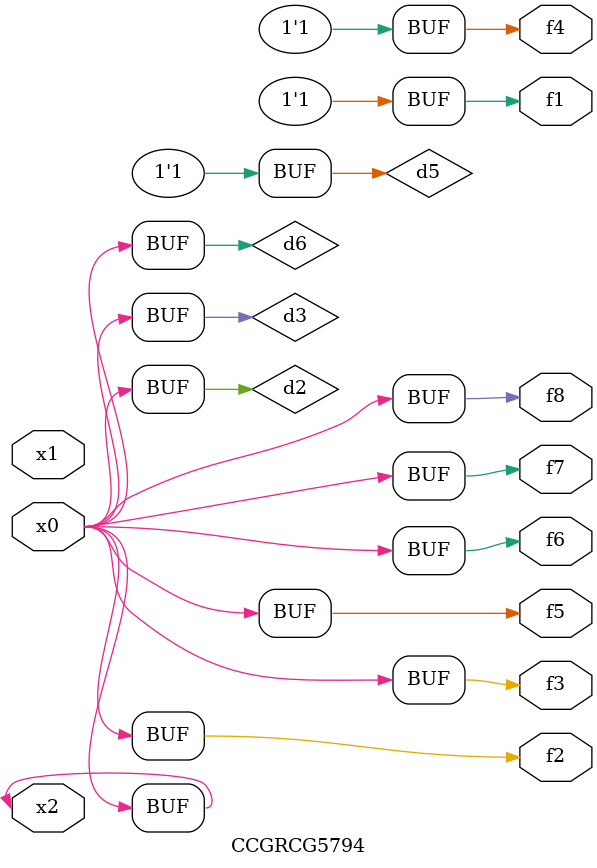
<source format=v>
module CCGRCG5794(
	input x0, x1, x2,
	output f1, f2, f3, f4, f5, f6, f7, f8
);

	wire d1, d2, d3, d4, d5, d6;

	xnor (d1, x2);
	buf (d2, x0, x2);
	and (d3, x0);
	xnor (d4, x1, x2);
	nand (d5, d1, d3);
	buf (d6, d2, d3);
	assign f1 = d5;
	assign f2 = d6;
	assign f3 = d6;
	assign f4 = d5;
	assign f5 = d6;
	assign f6 = d6;
	assign f7 = d6;
	assign f8 = d6;
endmodule

</source>
